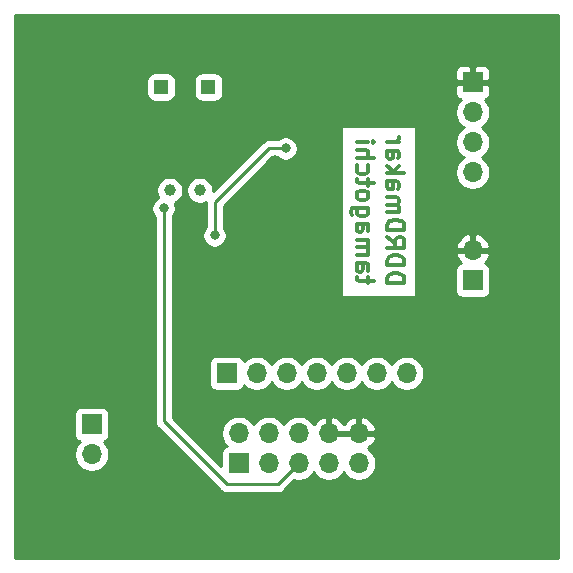
<source format=gbr>
G04 #@! TF.GenerationSoftware,KiCad,Pcbnew,5.1.5-1.fc30*
G04 #@! TF.CreationDate,2020-01-16T12:22:22+03:00*
G04 #@! TF.ProjectId,Tamagotchi-Atmega8,54616d61-676f-4746-9368-692d41746d65,rev?*
G04 #@! TF.SameCoordinates,Original*
G04 #@! TF.FileFunction,Copper,L2,Bot*
G04 #@! TF.FilePolarity,Positive*
%FSLAX46Y46*%
G04 Gerber Fmt 4.6, Leading zero omitted, Abs format (unit mm)*
G04 Created by KiCad (PCBNEW 5.1.5-1.fc30) date 2020-01-16 12:22:22*
%MOMM*%
%LPD*%
G04 APERTURE LIST*
%ADD10C,0.300000*%
%ADD11R,1.200000X1.200000*%
%ADD12C,1.000000*%
%ADD13O,1.700000X1.700000*%
%ADD14R,1.700000X1.700000*%
%ADD15C,4.000000*%
%ADD16C,0.800000*%
%ADD17C,0.250000*%
%ADD18C,0.254000*%
G04 APERTURE END LIST*
D10*
X139280428Y-87351428D02*
X140780428Y-87351428D01*
X140780428Y-86994285D01*
X140709000Y-86780000D01*
X140566142Y-86637142D01*
X140423285Y-86565714D01*
X140137571Y-86494285D01*
X139923285Y-86494285D01*
X139637571Y-86565714D01*
X139494714Y-86637142D01*
X139351857Y-86780000D01*
X139280428Y-86994285D01*
X139280428Y-87351428D01*
X139280428Y-85851428D02*
X140780428Y-85851428D01*
X140780428Y-85494285D01*
X140709000Y-85280000D01*
X140566142Y-85137142D01*
X140423285Y-85065714D01*
X140137571Y-84994285D01*
X139923285Y-84994285D01*
X139637571Y-85065714D01*
X139494714Y-85137142D01*
X139351857Y-85280000D01*
X139280428Y-85494285D01*
X139280428Y-85851428D01*
X139280428Y-83494285D02*
X139994714Y-83994285D01*
X139280428Y-84351428D02*
X140780428Y-84351428D01*
X140780428Y-83780000D01*
X140709000Y-83637142D01*
X140637571Y-83565714D01*
X140494714Y-83494285D01*
X140280428Y-83494285D01*
X140137571Y-83565714D01*
X140066142Y-83637142D01*
X139994714Y-83780000D01*
X139994714Y-84351428D01*
X139280428Y-82851428D02*
X140780428Y-82851428D01*
X140780428Y-82494285D01*
X140709000Y-82280000D01*
X140566142Y-82137142D01*
X140423285Y-82065714D01*
X140137571Y-81994285D01*
X139923285Y-81994285D01*
X139637571Y-82065714D01*
X139494714Y-82137142D01*
X139351857Y-82280000D01*
X139280428Y-82494285D01*
X139280428Y-82851428D01*
X139280428Y-81351428D02*
X140280428Y-81351428D01*
X140137571Y-81351428D02*
X140209000Y-81280000D01*
X140280428Y-81137142D01*
X140280428Y-80922857D01*
X140209000Y-80780000D01*
X140066142Y-80708571D01*
X139280428Y-80708571D01*
X140066142Y-80708571D02*
X140209000Y-80637142D01*
X140280428Y-80494285D01*
X140280428Y-80280000D01*
X140209000Y-80137142D01*
X140066142Y-80065714D01*
X139280428Y-80065714D01*
X139280428Y-78708571D02*
X140066142Y-78708571D01*
X140209000Y-78780000D01*
X140280428Y-78922857D01*
X140280428Y-79208571D01*
X140209000Y-79351428D01*
X139351857Y-78708571D02*
X139280428Y-78851428D01*
X139280428Y-79208571D01*
X139351857Y-79351428D01*
X139494714Y-79422857D01*
X139637571Y-79422857D01*
X139780428Y-79351428D01*
X139851857Y-79208571D01*
X139851857Y-78851428D01*
X139923285Y-78708571D01*
X139280428Y-77994285D02*
X140780428Y-77994285D01*
X139851857Y-77851428D02*
X139280428Y-77422857D01*
X140280428Y-77422857D02*
X139709000Y-77994285D01*
X139280428Y-76137142D02*
X140066142Y-76137142D01*
X140209000Y-76208571D01*
X140280428Y-76351428D01*
X140280428Y-76637142D01*
X140209000Y-76780000D01*
X139351857Y-76137142D02*
X139280428Y-76280000D01*
X139280428Y-76637142D01*
X139351857Y-76780000D01*
X139494714Y-76851428D01*
X139637571Y-76851428D01*
X139780428Y-76780000D01*
X139851857Y-76637142D01*
X139851857Y-76280000D01*
X139923285Y-76137142D01*
X139280428Y-75422857D02*
X140280428Y-75422857D01*
X139994714Y-75422857D02*
X140137571Y-75351428D01*
X140209000Y-75280000D01*
X140280428Y-75137142D01*
X140280428Y-74994285D01*
X137730428Y-87387142D02*
X137730428Y-86815714D01*
X138230428Y-87172857D02*
X136944714Y-87172857D01*
X136801857Y-87101428D01*
X136730428Y-86958571D01*
X136730428Y-86815714D01*
X136730428Y-85672857D02*
X137516142Y-85672857D01*
X137659000Y-85744285D01*
X137730428Y-85887142D01*
X137730428Y-86172857D01*
X137659000Y-86315714D01*
X136801857Y-85672857D02*
X136730428Y-85815714D01*
X136730428Y-86172857D01*
X136801857Y-86315714D01*
X136944714Y-86387142D01*
X137087571Y-86387142D01*
X137230428Y-86315714D01*
X137301857Y-86172857D01*
X137301857Y-85815714D01*
X137373285Y-85672857D01*
X136730428Y-84958571D02*
X137730428Y-84958571D01*
X137587571Y-84958571D02*
X137659000Y-84887142D01*
X137730428Y-84744285D01*
X137730428Y-84530000D01*
X137659000Y-84387142D01*
X137516142Y-84315714D01*
X136730428Y-84315714D01*
X137516142Y-84315714D02*
X137659000Y-84244285D01*
X137730428Y-84101428D01*
X137730428Y-83887142D01*
X137659000Y-83744285D01*
X137516142Y-83672857D01*
X136730428Y-83672857D01*
X136730428Y-82315714D02*
X137516142Y-82315714D01*
X137659000Y-82387142D01*
X137730428Y-82530000D01*
X137730428Y-82815714D01*
X137659000Y-82958571D01*
X136801857Y-82315714D02*
X136730428Y-82458571D01*
X136730428Y-82815714D01*
X136801857Y-82958571D01*
X136944714Y-83030000D01*
X137087571Y-83030000D01*
X137230428Y-82958571D01*
X137301857Y-82815714D01*
X137301857Y-82458571D01*
X137373285Y-82315714D01*
X137730428Y-80958571D02*
X136516142Y-80958571D01*
X136373285Y-81030000D01*
X136301857Y-81101428D01*
X136230428Y-81244285D01*
X136230428Y-81458571D01*
X136301857Y-81601428D01*
X136801857Y-80958571D02*
X136730428Y-81101428D01*
X136730428Y-81387142D01*
X136801857Y-81530000D01*
X136873285Y-81601428D01*
X137016142Y-81672857D01*
X137444714Y-81672857D01*
X137587571Y-81601428D01*
X137659000Y-81530000D01*
X137730428Y-81387142D01*
X137730428Y-81101428D01*
X137659000Y-80958571D01*
X136730428Y-80030000D02*
X136801857Y-80172857D01*
X136873285Y-80244285D01*
X137016142Y-80315714D01*
X137444714Y-80315714D01*
X137587571Y-80244285D01*
X137659000Y-80172857D01*
X137730428Y-80030000D01*
X137730428Y-79815714D01*
X137659000Y-79672857D01*
X137587571Y-79601428D01*
X137444714Y-79530000D01*
X137016142Y-79530000D01*
X136873285Y-79601428D01*
X136801857Y-79672857D01*
X136730428Y-79815714D01*
X136730428Y-80030000D01*
X137730428Y-79101428D02*
X137730428Y-78530000D01*
X138230428Y-78887142D02*
X136944714Y-78887142D01*
X136801857Y-78815714D01*
X136730428Y-78672857D01*
X136730428Y-78530000D01*
X136801857Y-77387142D02*
X136730428Y-77530000D01*
X136730428Y-77815714D01*
X136801857Y-77958571D01*
X136873285Y-78030000D01*
X137016142Y-78101428D01*
X137444714Y-78101428D01*
X137587571Y-78030000D01*
X137659000Y-77958571D01*
X137730428Y-77815714D01*
X137730428Y-77530000D01*
X137659000Y-77387142D01*
X136730428Y-76744285D02*
X138230428Y-76744285D01*
X136730428Y-76101428D02*
X137516142Y-76101428D01*
X137659000Y-76172857D01*
X137730428Y-76315714D01*
X137730428Y-76530000D01*
X137659000Y-76672857D01*
X137587571Y-76744285D01*
X136730428Y-75387142D02*
X137730428Y-75387142D01*
X138230428Y-75387142D02*
X138159000Y-75458571D01*
X138087571Y-75387142D01*
X138159000Y-75315714D01*
X138230428Y-75387142D01*
X138087571Y-75387142D01*
D11*
X120174000Y-70752000D03*
X124174000Y-70752000D03*
D12*
X120904000Y-79502000D03*
X123444000Y-79502000D03*
D13*
X140970000Y-94996000D03*
X138430000Y-94996000D03*
X135890000Y-94996000D03*
X133350000Y-94996000D03*
X130810000Y-94996000D03*
X128270000Y-94996000D03*
D14*
X125730000Y-94996000D03*
D13*
X114300000Y-101854000D03*
D14*
X114300000Y-99314000D03*
D13*
X146558000Y-77978000D03*
X146558000Y-75438000D03*
X146558000Y-72898000D03*
D14*
X146558000Y-70358000D03*
D13*
X146558000Y-84582000D03*
D14*
X146558000Y-87122000D03*
D13*
X136906000Y-100076000D03*
X136906000Y-102616000D03*
X134366000Y-100076000D03*
X134366000Y-102616000D03*
X131826000Y-100076000D03*
X131826000Y-102616000D03*
X129286000Y-100076000D03*
X129286000Y-102616000D03*
X126746000Y-100076000D03*
D14*
X126746000Y-102616000D03*
D15*
X151130000Y-67310000D03*
X151130000Y-107950000D03*
X110490000Y-107950000D03*
X110490000Y-67310000D03*
D16*
X125292000Y-84652000D03*
X116586000Y-102870000D03*
X144866000Y-101600000D03*
X115062000Y-88138000D03*
X129794000Y-76962000D03*
X120396000Y-81026000D03*
X130729000Y-75946000D03*
X124714000Y-83312000D03*
D17*
X130048000Y-104394000D02*
X131826000Y-102616000D01*
X125730000Y-104394000D02*
X130048000Y-104394000D01*
X120396000Y-99060000D02*
X125730000Y-104394000D01*
X120396000Y-81026000D02*
X120396000Y-99060000D01*
X124714000Y-83312000D02*
X124714000Y-80518000D01*
X129286000Y-75946000D02*
X130729000Y-75946000D01*
X124714000Y-80518000D02*
X129286000Y-75946000D01*
D18*
G36*
X153797000Y-110617000D02*
G01*
X107823000Y-110617000D01*
X107823000Y-98464000D01*
X112811928Y-98464000D01*
X112811928Y-100164000D01*
X112824188Y-100288482D01*
X112860498Y-100408180D01*
X112919463Y-100518494D01*
X112998815Y-100615185D01*
X113095506Y-100694537D01*
X113205820Y-100753502D01*
X113278380Y-100775513D01*
X113146525Y-100907368D01*
X112984010Y-101150589D01*
X112872068Y-101420842D01*
X112815000Y-101707740D01*
X112815000Y-102000260D01*
X112872068Y-102287158D01*
X112984010Y-102557411D01*
X113146525Y-102800632D01*
X113353368Y-103007475D01*
X113596589Y-103169990D01*
X113866842Y-103281932D01*
X114153740Y-103339000D01*
X114446260Y-103339000D01*
X114733158Y-103281932D01*
X115003411Y-103169990D01*
X115246632Y-103007475D01*
X115453475Y-102800632D01*
X115615990Y-102557411D01*
X115727932Y-102287158D01*
X115785000Y-102000260D01*
X115785000Y-101707740D01*
X115727932Y-101420842D01*
X115615990Y-101150589D01*
X115453475Y-100907368D01*
X115321620Y-100775513D01*
X115394180Y-100753502D01*
X115504494Y-100694537D01*
X115601185Y-100615185D01*
X115680537Y-100518494D01*
X115739502Y-100408180D01*
X115775812Y-100288482D01*
X115788072Y-100164000D01*
X115788072Y-98464000D01*
X115775812Y-98339518D01*
X115739502Y-98219820D01*
X115680537Y-98109506D01*
X115601185Y-98012815D01*
X115504494Y-97933463D01*
X115394180Y-97874498D01*
X115274482Y-97838188D01*
X115150000Y-97825928D01*
X113450000Y-97825928D01*
X113325518Y-97838188D01*
X113205820Y-97874498D01*
X113095506Y-97933463D01*
X112998815Y-98012815D01*
X112919463Y-98109506D01*
X112860498Y-98219820D01*
X112824188Y-98339518D01*
X112811928Y-98464000D01*
X107823000Y-98464000D01*
X107823000Y-80924061D01*
X119361000Y-80924061D01*
X119361000Y-81127939D01*
X119400774Y-81327898D01*
X119478795Y-81516256D01*
X119592063Y-81685774D01*
X119636000Y-81729711D01*
X119636001Y-99022667D01*
X119632324Y-99060000D01*
X119646998Y-99208985D01*
X119690454Y-99352246D01*
X119761026Y-99484276D01*
X119832201Y-99571002D01*
X119856000Y-99600001D01*
X119884998Y-99623799D01*
X125166201Y-104905003D01*
X125189999Y-104934001D01*
X125218997Y-104957799D01*
X125305723Y-105028974D01*
X125437753Y-105099546D01*
X125581014Y-105143003D01*
X125692667Y-105154000D01*
X125692676Y-105154000D01*
X125729999Y-105157676D01*
X125767322Y-105154000D01*
X130010678Y-105154000D01*
X130048000Y-105157676D01*
X130085322Y-105154000D01*
X130085333Y-105154000D01*
X130196986Y-105143003D01*
X130340247Y-105099546D01*
X130472276Y-105028974D01*
X130588001Y-104934001D01*
X130611804Y-104904997D01*
X131459592Y-104057210D01*
X131679740Y-104101000D01*
X131972260Y-104101000D01*
X132259158Y-104043932D01*
X132529411Y-103931990D01*
X132772632Y-103769475D01*
X132979475Y-103562632D01*
X133096000Y-103388240D01*
X133212525Y-103562632D01*
X133419368Y-103769475D01*
X133662589Y-103931990D01*
X133932842Y-104043932D01*
X134219740Y-104101000D01*
X134512260Y-104101000D01*
X134799158Y-104043932D01*
X135069411Y-103931990D01*
X135312632Y-103769475D01*
X135519475Y-103562632D01*
X135636000Y-103388240D01*
X135752525Y-103562632D01*
X135959368Y-103769475D01*
X136202589Y-103931990D01*
X136472842Y-104043932D01*
X136759740Y-104101000D01*
X137052260Y-104101000D01*
X137339158Y-104043932D01*
X137609411Y-103931990D01*
X137852632Y-103769475D01*
X138059475Y-103562632D01*
X138221990Y-103319411D01*
X138333932Y-103049158D01*
X138391000Y-102762260D01*
X138391000Y-102469740D01*
X138333932Y-102182842D01*
X138221990Y-101912589D01*
X138059475Y-101669368D01*
X137852632Y-101462525D01*
X137676594Y-101344900D01*
X137906269Y-101173588D01*
X138101178Y-100957355D01*
X138250157Y-100707252D01*
X138347481Y-100432891D01*
X138226814Y-100203000D01*
X137033000Y-100203000D01*
X137033000Y-100223000D01*
X136779000Y-100223000D01*
X136779000Y-100203000D01*
X134493000Y-100203000D01*
X134493000Y-100223000D01*
X134239000Y-100223000D01*
X134239000Y-100203000D01*
X134219000Y-100203000D01*
X134219000Y-99949000D01*
X134239000Y-99949000D01*
X134239000Y-98755845D01*
X134493000Y-98755845D01*
X134493000Y-99949000D01*
X136779000Y-99949000D01*
X136779000Y-98755845D01*
X137033000Y-98755845D01*
X137033000Y-99949000D01*
X138226814Y-99949000D01*
X138347481Y-99719109D01*
X138250157Y-99444748D01*
X138101178Y-99194645D01*
X137906269Y-98978412D01*
X137672920Y-98804359D01*
X137410099Y-98679175D01*
X137262890Y-98634524D01*
X137033000Y-98755845D01*
X136779000Y-98755845D01*
X136549110Y-98634524D01*
X136401901Y-98679175D01*
X136139080Y-98804359D01*
X135905731Y-98978412D01*
X135710822Y-99194645D01*
X135636000Y-99320255D01*
X135561178Y-99194645D01*
X135366269Y-98978412D01*
X135132920Y-98804359D01*
X134870099Y-98679175D01*
X134722890Y-98634524D01*
X134493000Y-98755845D01*
X134239000Y-98755845D01*
X134009110Y-98634524D01*
X133861901Y-98679175D01*
X133599080Y-98804359D01*
X133365731Y-98978412D01*
X133170822Y-99194645D01*
X133101195Y-99311534D01*
X132979475Y-99129368D01*
X132772632Y-98922525D01*
X132529411Y-98760010D01*
X132259158Y-98648068D01*
X131972260Y-98591000D01*
X131679740Y-98591000D01*
X131392842Y-98648068D01*
X131122589Y-98760010D01*
X130879368Y-98922525D01*
X130672525Y-99129368D01*
X130556000Y-99303760D01*
X130439475Y-99129368D01*
X130232632Y-98922525D01*
X129989411Y-98760010D01*
X129719158Y-98648068D01*
X129432260Y-98591000D01*
X129139740Y-98591000D01*
X128852842Y-98648068D01*
X128582589Y-98760010D01*
X128339368Y-98922525D01*
X128132525Y-99129368D01*
X128016000Y-99303760D01*
X127899475Y-99129368D01*
X127692632Y-98922525D01*
X127449411Y-98760010D01*
X127179158Y-98648068D01*
X126892260Y-98591000D01*
X126599740Y-98591000D01*
X126312842Y-98648068D01*
X126042589Y-98760010D01*
X125799368Y-98922525D01*
X125592525Y-99129368D01*
X125430010Y-99372589D01*
X125318068Y-99642842D01*
X125261000Y-99929740D01*
X125261000Y-100222260D01*
X125318068Y-100509158D01*
X125430010Y-100779411D01*
X125592525Y-101022632D01*
X125724380Y-101154487D01*
X125651820Y-101176498D01*
X125541506Y-101235463D01*
X125444815Y-101314815D01*
X125365463Y-101411506D01*
X125306498Y-101521820D01*
X125270188Y-101641518D01*
X125257928Y-101766000D01*
X125257928Y-102847126D01*
X121156000Y-98745199D01*
X121156000Y-94146000D01*
X124241928Y-94146000D01*
X124241928Y-95846000D01*
X124254188Y-95970482D01*
X124290498Y-96090180D01*
X124349463Y-96200494D01*
X124428815Y-96297185D01*
X124525506Y-96376537D01*
X124635820Y-96435502D01*
X124755518Y-96471812D01*
X124880000Y-96484072D01*
X126580000Y-96484072D01*
X126704482Y-96471812D01*
X126824180Y-96435502D01*
X126934494Y-96376537D01*
X127031185Y-96297185D01*
X127110537Y-96200494D01*
X127169502Y-96090180D01*
X127191513Y-96017620D01*
X127323368Y-96149475D01*
X127566589Y-96311990D01*
X127836842Y-96423932D01*
X128123740Y-96481000D01*
X128416260Y-96481000D01*
X128703158Y-96423932D01*
X128973411Y-96311990D01*
X129216632Y-96149475D01*
X129423475Y-95942632D01*
X129540000Y-95768240D01*
X129656525Y-95942632D01*
X129863368Y-96149475D01*
X130106589Y-96311990D01*
X130376842Y-96423932D01*
X130663740Y-96481000D01*
X130956260Y-96481000D01*
X131243158Y-96423932D01*
X131513411Y-96311990D01*
X131756632Y-96149475D01*
X131963475Y-95942632D01*
X132080000Y-95768240D01*
X132196525Y-95942632D01*
X132403368Y-96149475D01*
X132646589Y-96311990D01*
X132916842Y-96423932D01*
X133203740Y-96481000D01*
X133496260Y-96481000D01*
X133783158Y-96423932D01*
X134053411Y-96311990D01*
X134296632Y-96149475D01*
X134503475Y-95942632D01*
X134620000Y-95768240D01*
X134736525Y-95942632D01*
X134943368Y-96149475D01*
X135186589Y-96311990D01*
X135456842Y-96423932D01*
X135743740Y-96481000D01*
X136036260Y-96481000D01*
X136323158Y-96423932D01*
X136593411Y-96311990D01*
X136836632Y-96149475D01*
X137043475Y-95942632D01*
X137160000Y-95768240D01*
X137276525Y-95942632D01*
X137483368Y-96149475D01*
X137726589Y-96311990D01*
X137996842Y-96423932D01*
X138283740Y-96481000D01*
X138576260Y-96481000D01*
X138863158Y-96423932D01*
X139133411Y-96311990D01*
X139376632Y-96149475D01*
X139583475Y-95942632D01*
X139700000Y-95768240D01*
X139816525Y-95942632D01*
X140023368Y-96149475D01*
X140266589Y-96311990D01*
X140536842Y-96423932D01*
X140823740Y-96481000D01*
X141116260Y-96481000D01*
X141403158Y-96423932D01*
X141673411Y-96311990D01*
X141916632Y-96149475D01*
X142123475Y-95942632D01*
X142285990Y-95699411D01*
X142397932Y-95429158D01*
X142455000Y-95142260D01*
X142455000Y-94849740D01*
X142397932Y-94562842D01*
X142285990Y-94292589D01*
X142123475Y-94049368D01*
X141916632Y-93842525D01*
X141673411Y-93680010D01*
X141403158Y-93568068D01*
X141116260Y-93511000D01*
X140823740Y-93511000D01*
X140536842Y-93568068D01*
X140266589Y-93680010D01*
X140023368Y-93842525D01*
X139816525Y-94049368D01*
X139700000Y-94223760D01*
X139583475Y-94049368D01*
X139376632Y-93842525D01*
X139133411Y-93680010D01*
X138863158Y-93568068D01*
X138576260Y-93511000D01*
X138283740Y-93511000D01*
X137996842Y-93568068D01*
X137726589Y-93680010D01*
X137483368Y-93842525D01*
X137276525Y-94049368D01*
X137160000Y-94223760D01*
X137043475Y-94049368D01*
X136836632Y-93842525D01*
X136593411Y-93680010D01*
X136323158Y-93568068D01*
X136036260Y-93511000D01*
X135743740Y-93511000D01*
X135456842Y-93568068D01*
X135186589Y-93680010D01*
X134943368Y-93842525D01*
X134736525Y-94049368D01*
X134620000Y-94223760D01*
X134503475Y-94049368D01*
X134296632Y-93842525D01*
X134053411Y-93680010D01*
X133783158Y-93568068D01*
X133496260Y-93511000D01*
X133203740Y-93511000D01*
X132916842Y-93568068D01*
X132646589Y-93680010D01*
X132403368Y-93842525D01*
X132196525Y-94049368D01*
X132080000Y-94223760D01*
X131963475Y-94049368D01*
X131756632Y-93842525D01*
X131513411Y-93680010D01*
X131243158Y-93568068D01*
X130956260Y-93511000D01*
X130663740Y-93511000D01*
X130376842Y-93568068D01*
X130106589Y-93680010D01*
X129863368Y-93842525D01*
X129656525Y-94049368D01*
X129540000Y-94223760D01*
X129423475Y-94049368D01*
X129216632Y-93842525D01*
X128973411Y-93680010D01*
X128703158Y-93568068D01*
X128416260Y-93511000D01*
X128123740Y-93511000D01*
X127836842Y-93568068D01*
X127566589Y-93680010D01*
X127323368Y-93842525D01*
X127191513Y-93974380D01*
X127169502Y-93901820D01*
X127110537Y-93791506D01*
X127031185Y-93694815D01*
X126934494Y-93615463D01*
X126824180Y-93556498D01*
X126704482Y-93520188D01*
X126580000Y-93507928D01*
X124880000Y-93507928D01*
X124755518Y-93520188D01*
X124635820Y-93556498D01*
X124525506Y-93615463D01*
X124428815Y-93694815D01*
X124349463Y-93791506D01*
X124290498Y-93901820D01*
X124254188Y-94021518D01*
X124241928Y-94146000D01*
X121156000Y-94146000D01*
X121156000Y-81729711D01*
X121199937Y-81685774D01*
X121313205Y-81516256D01*
X121391226Y-81327898D01*
X121431000Y-81127939D01*
X121431000Y-80924061D01*
X121391226Y-80724102D01*
X121322140Y-80557316D01*
X121441624Y-80507824D01*
X121627520Y-80383612D01*
X121785612Y-80225520D01*
X121909824Y-80039624D01*
X121995383Y-79833067D01*
X122039000Y-79613788D01*
X122039000Y-79390212D01*
X122309000Y-79390212D01*
X122309000Y-79613788D01*
X122352617Y-79833067D01*
X122438176Y-80039624D01*
X122562388Y-80225520D01*
X122720480Y-80383612D01*
X122906376Y-80507824D01*
X123112933Y-80593383D01*
X123332212Y-80637000D01*
X123555788Y-80637000D01*
X123775067Y-80593383D01*
X123950588Y-80520680D01*
X123954001Y-80555332D01*
X123954000Y-82608289D01*
X123910063Y-82652226D01*
X123796795Y-82821744D01*
X123718774Y-83010102D01*
X123679000Y-83210061D01*
X123679000Y-83413939D01*
X123718774Y-83613898D01*
X123796795Y-83802256D01*
X123910063Y-83971774D01*
X124054226Y-84115937D01*
X124223744Y-84229205D01*
X124412102Y-84307226D01*
X124612061Y-84347000D01*
X124815939Y-84347000D01*
X125015898Y-84307226D01*
X125204256Y-84229205D01*
X125373774Y-84115937D01*
X125517937Y-83971774D01*
X125631205Y-83802256D01*
X125709226Y-83613898D01*
X125749000Y-83413939D01*
X125749000Y-83210061D01*
X125709226Y-83010102D01*
X125631205Y-82821744D01*
X125517937Y-82652226D01*
X125474000Y-82608289D01*
X125474000Y-80832801D01*
X129600803Y-76706000D01*
X130025289Y-76706000D01*
X130069226Y-76749937D01*
X130238744Y-76863205D01*
X130427102Y-76941226D01*
X130627061Y-76981000D01*
X130830939Y-76981000D01*
X131030898Y-76941226D01*
X131219256Y-76863205D01*
X131388774Y-76749937D01*
X131532937Y-76605774D01*
X131646205Y-76436256D01*
X131724226Y-76247898D01*
X131764000Y-76047939D01*
X131764000Y-75844061D01*
X131724226Y-75644102D01*
X131646205Y-75455744D01*
X131532937Y-75286226D01*
X131388774Y-75142063D01*
X131219256Y-75028795D01*
X131030898Y-74950774D01*
X130830939Y-74911000D01*
X130627061Y-74911000D01*
X130427102Y-74950774D01*
X130238744Y-75028795D01*
X130069226Y-75142063D01*
X130025289Y-75186000D01*
X129323322Y-75186000D01*
X129285999Y-75182324D01*
X129248676Y-75186000D01*
X129248667Y-75186000D01*
X129137014Y-75196997D01*
X128993753Y-75240454D01*
X128861724Y-75311026D01*
X128861722Y-75311027D01*
X128861723Y-75311027D01*
X128774996Y-75382201D01*
X128774992Y-75382205D01*
X128745999Y-75405999D01*
X128722205Y-75434992D01*
X124579000Y-79578199D01*
X124579000Y-79390212D01*
X124535383Y-79170933D01*
X124449824Y-78964376D01*
X124325612Y-78778480D01*
X124167520Y-78620388D01*
X123981624Y-78496176D01*
X123775067Y-78410617D01*
X123555788Y-78367000D01*
X123332212Y-78367000D01*
X123112933Y-78410617D01*
X122906376Y-78496176D01*
X122720480Y-78620388D01*
X122562388Y-78778480D01*
X122438176Y-78964376D01*
X122352617Y-79170933D01*
X122309000Y-79390212D01*
X122039000Y-79390212D01*
X121995383Y-79170933D01*
X121909824Y-78964376D01*
X121785612Y-78778480D01*
X121627520Y-78620388D01*
X121441624Y-78496176D01*
X121235067Y-78410617D01*
X121015788Y-78367000D01*
X120792212Y-78367000D01*
X120572933Y-78410617D01*
X120366376Y-78496176D01*
X120180480Y-78620388D01*
X120022388Y-78778480D01*
X119898176Y-78964376D01*
X119812617Y-79170933D01*
X119769000Y-79390212D01*
X119769000Y-79613788D01*
X119812617Y-79833067D01*
X119898176Y-80039624D01*
X119936016Y-80096256D01*
X119905744Y-80108795D01*
X119736226Y-80222063D01*
X119592063Y-80366226D01*
X119478795Y-80535744D01*
X119400774Y-80724102D01*
X119361000Y-80924061D01*
X107823000Y-80924061D01*
X107823000Y-74066429D01*
X135379000Y-74066429D01*
X135379000Y-88493572D01*
X141749000Y-88493572D01*
X141749000Y-86272000D01*
X145069928Y-86272000D01*
X145069928Y-87972000D01*
X145082188Y-88096482D01*
X145118498Y-88216180D01*
X145177463Y-88326494D01*
X145256815Y-88423185D01*
X145353506Y-88502537D01*
X145463820Y-88561502D01*
X145583518Y-88597812D01*
X145708000Y-88610072D01*
X147408000Y-88610072D01*
X147532482Y-88597812D01*
X147652180Y-88561502D01*
X147762494Y-88502537D01*
X147859185Y-88423185D01*
X147938537Y-88326494D01*
X147997502Y-88216180D01*
X148033812Y-88096482D01*
X148046072Y-87972000D01*
X148046072Y-86272000D01*
X148033812Y-86147518D01*
X147997502Y-86027820D01*
X147938537Y-85917506D01*
X147859185Y-85820815D01*
X147762494Y-85741463D01*
X147652180Y-85682498D01*
X147571534Y-85658034D01*
X147655588Y-85582269D01*
X147829641Y-85348920D01*
X147954825Y-85086099D01*
X147999476Y-84938890D01*
X147878155Y-84709000D01*
X146685000Y-84709000D01*
X146685000Y-84729000D01*
X146431000Y-84729000D01*
X146431000Y-84709000D01*
X145237845Y-84709000D01*
X145116524Y-84938890D01*
X145161175Y-85086099D01*
X145286359Y-85348920D01*
X145460412Y-85582269D01*
X145544466Y-85658034D01*
X145463820Y-85682498D01*
X145353506Y-85741463D01*
X145256815Y-85820815D01*
X145177463Y-85917506D01*
X145118498Y-86027820D01*
X145082188Y-86147518D01*
X145069928Y-86272000D01*
X141749000Y-86272000D01*
X141749000Y-84225110D01*
X145116524Y-84225110D01*
X145237845Y-84455000D01*
X146431000Y-84455000D01*
X146431000Y-83261186D01*
X146685000Y-83261186D01*
X146685000Y-84455000D01*
X147878155Y-84455000D01*
X147999476Y-84225110D01*
X147954825Y-84077901D01*
X147829641Y-83815080D01*
X147655588Y-83581731D01*
X147439355Y-83386822D01*
X147189252Y-83237843D01*
X146914891Y-83140519D01*
X146685000Y-83261186D01*
X146431000Y-83261186D01*
X146201109Y-83140519D01*
X145926748Y-83237843D01*
X145676645Y-83386822D01*
X145460412Y-83581731D01*
X145286359Y-83815080D01*
X145161175Y-84077901D01*
X145116524Y-84225110D01*
X141749000Y-84225110D01*
X141749000Y-74066429D01*
X135379000Y-74066429D01*
X107823000Y-74066429D01*
X107823000Y-70152000D01*
X118935928Y-70152000D01*
X118935928Y-71352000D01*
X118948188Y-71476482D01*
X118984498Y-71596180D01*
X119043463Y-71706494D01*
X119122815Y-71803185D01*
X119219506Y-71882537D01*
X119329820Y-71941502D01*
X119449518Y-71977812D01*
X119574000Y-71990072D01*
X120774000Y-71990072D01*
X120898482Y-71977812D01*
X121018180Y-71941502D01*
X121128494Y-71882537D01*
X121225185Y-71803185D01*
X121304537Y-71706494D01*
X121363502Y-71596180D01*
X121399812Y-71476482D01*
X121412072Y-71352000D01*
X121412072Y-70152000D01*
X122935928Y-70152000D01*
X122935928Y-71352000D01*
X122948188Y-71476482D01*
X122984498Y-71596180D01*
X123043463Y-71706494D01*
X123122815Y-71803185D01*
X123219506Y-71882537D01*
X123329820Y-71941502D01*
X123449518Y-71977812D01*
X123574000Y-71990072D01*
X124774000Y-71990072D01*
X124898482Y-71977812D01*
X125018180Y-71941502D01*
X125128494Y-71882537D01*
X125225185Y-71803185D01*
X125304537Y-71706494D01*
X125363502Y-71596180D01*
X125399812Y-71476482D01*
X125412072Y-71352000D01*
X125412072Y-71208000D01*
X145069928Y-71208000D01*
X145082188Y-71332482D01*
X145118498Y-71452180D01*
X145177463Y-71562494D01*
X145256815Y-71659185D01*
X145353506Y-71738537D01*
X145463820Y-71797502D01*
X145536380Y-71819513D01*
X145404525Y-71951368D01*
X145242010Y-72194589D01*
X145130068Y-72464842D01*
X145073000Y-72751740D01*
X145073000Y-73044260D01*
X145130068Y-73331158D01*
X145242010Y-73601411D01*
X145404525Y-73844632D01*
X145611368Y-74051475D01*
X145785760Y-74168000D01*
X145611368Y-74284525D01*
X145404525Y-74491368D01*
X145242010Y-74734589D01*
X145130068Y-75004842D01*
X145073000Y-75291740D01*
X145073000Y-75584260D01*
X145130068Y-75871158D01*
X145242010Y-76141411D01*
X145404525Y-76384632D01*
X145611368Y-76591475D01*
X145785760Y-76708000D01*
X145611368Y-76824525D01*
X145404525Y-77031368D01*
X145242010Y-77274589D01*
X145130068Y-77544842D01*
X145073000Y-77831740D01*
X145073000Y-78124260D01*
X145130068Y-78411158D01*
X145242010Y-78681411D01*
X145404525Y-78924632D01*
X145611368Y-79131475D01*
X145854589Y-79293990D01*
X146124842Y-79405932D01*
X146411740Y-79463000D01*
X146704260Y-79463000D01*
X146991158Y-79405932D01*
X147261411Y-79293990D01*
X147504632Y-79131475D01*
X147711475Y-78924632D01*
X147873990Y-78681411D01*
X147985932Y-78411158D01*
X148043000Y-78124260D01*
X148043000Y-77831740D01*
X147985932Y-77544842D01*
X147873990Y-77274589D01*
X147711475Y-77031368D01*
X147504632Y-76824525D01*
X147330240Y-76708000D01*
X147504632Y-76591475D01*
X147711475Y-76384632D01*
X147873990Y-76141411D01*
X147985932Y-75871158D01*
X148043000Y-75584260D01*
X148043000Y-75291740D01*
X147985932Y-75004842D01*
X147873990Y-74734589D01*
X147711475Y-74491368D01*
X147504632Y-74284525D01*
X147330240Y-74168000D01*
X147504632Y-74051475D01*
X147711475Y-73844632D01*
X147873990Y-73601411D01*
X147985932Y-73331158D01*
X148043000Y-73044260D01*
X148043000Y-72751740D01*
X147985932Y-72464842D01*
X147873990Y-72194589D01*
X147711475Y-71951368D01*
X147579620Y-71819513D01*
X147652180Y-71797502D01*
X147762494Y-71738537D01*
X147859185Y-71659185D01*
X147938537Y-71562494D01*
X147997502Y-71452180D01*
X148033812Y-71332482D01*
X148046072Y-71208000D01*
X148043000Y-70643750D01*
X147884250Y-70485000D01*
X146685000Y-70485000D01*
X146685000Y-70505000D01*
X146431000Y-70505000D01*
X146431000Y-70485000D01*
X145231750Y-70485000D01*
X145073000Y-70643750D01*
X145069928Y-71208000D01*
X125412072Y-71208000D01*
X125412072Y-70152000D01*
X125399812Y-70027518D01*
X125363502Y-69907820D01*
X125304537Y-69797506D01*
X125225185Y-69700815D01*
X125128494Y-69621463D01*
X125018180Y-69562498D01*
X124898482Y-69526188D01*
X124774000Y-69513928D01*
X123574000Y-69513928D01*
X123449518Y-69526188D01*
X123329820Y-69562498D01*
X123219506Y-69621463D01*
X123122815Y-69700815D01*
X123043463Y-69797506D01*
X122984498Y-69907820D01*
X122948188Y-70027518D01*
X122935928Y-70152000D01*
X121412072Y-70152000D01*
X121399812Y-70027518D01*
X121363502Y-69907820D01*
X121304537Y-69797506D01*
X121225185Y-69700815D01*
X121128494Y-69621463D01*
X121018180Y-69562498D01*
X120898482Y-69526188D01*
X120774000Y-69513928D01*
X119574000Y-69513928D01*
X119449518Y-69526188D01*
X119329820Y-69562498D01*
X119219506Y-69621463D01*
X119122815Y-69700815D01*
X119043463Y-69797506D01*
X118984498Y-69907820D01*
X118948188Y-70027518D01*
X118935928Y-70152000D01*
X107823000Y-70152000D01*
X107823000Y-69508000D01*
X145069928Y-69508000D01*
X145073000Y-70072250D01*
X145231750Y-70231000D01*
X146431000Y-70231000D01*
X146431000Y-69031750D01*
X146685000Y-69031750D01*
X146685000Y-70231000D01*
X147884250Y-70231000D01*
X148043000Y-70072250D01*
X148046072Y-69508000D01*
X148033812Y-69383518D01*
X147997502Y-69263820D01*
X147938537Y-69153506D01*
X147859185Y-69056815D01*
X147762494Y-68977463D01*
X147652180Y-68918498D01*
X147532482Y-68882188D01*
X147408000Y-68869928D01*
X146843750Y-68873000D01*
X146685000Y-69031750D01*
X146431000Y-69031750D01*
X146272250Y-68873000D01*
X145708000Y-68869928D01*
X145583518Y-68882188D01*
X145463820Y-68918498D01*
X145353506Y-68977463D01*
X145256815Y-69056815D01*
X145177463Y-69153506D01*
X145118498Y-69263820D01*
X145082188Y-69383518D01*
X145069928Y-69508000D01*
X107823000Y-69508000D01*
X107823000Y-64643000D01*
X153797000Y-64643000D01*
X153797000Y-110617000D01*
G37*
X153797000Y-110617000D02*
X107823000Y-110617000D01*
X107823000Y-98464000D01*
X112811928Y-98464000D01*
X112811928Y-100164000D01*
X112824188Y-100288482D01*
X112860498Y-100408180D01*
X112919463Y-100518494D01*
X112998815Y-100615185D01*
X113095506Y-100694537D01*
X113205820Y-100753502D01*
X113278380Y-100775513D01*
X113146525Y-100907368D01*
X112984010Y-101150589D01*
X112872068Y-101420842D01*
X112815000Y-101707740D01*
X112815000Y-102000260D01*
X112872068Y-102287158D01*
X112984010Y-102557411D01*
X113146525Y-102800632D01*
X113353368Y-103007475D01*
X113596589Y-103169990D01*
X113866842Y-103281932D01*
X114153740Y-103339000D01*
X114446260Y-103339000D01*
X114733158Y-103281932D01*
X115003411Y-103169990D01*
X115246632Y-103007475D01*
X115453475Y-102800632D01*
X115615990Y-102557411D01*
X115727932Y-102287158D01*
X115785000Y-102000260D01*
X115785000Y-101707740D01*
X115727932Y-101420842D01*
X115615990Y-101150589D01*
X115453475Y-100907368D01*
X115321620Y-100775513D01*
X115394180Y-100753502D01*
X115504494Y-100694537D01*
X115601185Y-100615185D01*
X115680537Y-100518494D01*
X115739502Y-100408180D01*
X115775812Y-100288482D01*
X115788072Y-100164000D01*
X115788072Y-98464000D01*
X115775812Y-98339518D01*
X115739502Y-98219820D01*
X115680537Y-98109506D01*
X115601185Y-98012815D01*
X115504494Y-97933463D01*
X115394180Y-97874498D01*
X115274482Y-97838188D01*
X115150000Y-97825928D01*
X113450000Y-97825928D01*
X113325518Y-97838188D01*
X113205820Y-97874498D01*
X113095506Y-97933463D01*
X112998815Y-98012815D01*
X112919463Y-98109506D01*
X112860498Y-98219820D01*
X112824188Y-98339518D01*
X112811928Y-98464000D01*
X107823000Y-98464000D01*
X107823000Y-80924061D01*
X119361000Y-80924061D01*
X119361000Y-81127939D01*
X119400774Y-81327898D01*
X119478795Y-81516256D01*
X119592063Y-81685774D01*
X119636000Y-81729711D01*
X119636001Y-99022667D01*
X119632324Y-99060000D01*
X119646998Y-99208985D01*
X119690454Y-99352246D01*
X119761026Y-99484276D01*
X119832201Y-99571002D01*
X119856000Y-99600001D01*
X119884998Y-99623799D01*
X125166201Y-104905003D01*
X125189999Y-104934001D01*
X125218997Y-104957799D01*
X125305723Y-105028974D01*
X125437753Y-105099546D01*
X125581014Y-105143003D01*
X125692667Y-105154000D01*
X125692676Y-105154000D01*
X125729999Y-105157676D01*
X125767322Y-105154000D01*
X130010678Y-105154000D01*
X130048000Y-105157676D01*
X130085322Y-105154000D01*
X130085333Y-105154000D01*
X130196986Y-105143003D01*
X130340247Y-105099546D01*
X130472276Y-105028974D01*
X130588001Y-104934001D01*
X130611804Y-104904997D01*
X131459592Y-104057210D01*
X131679740Y-104101000D01*
X131972260Y-104101000D01*
X132259158Y-104043932D01*
X132529411Y-103931990D01*
X132772632Y-103769475D01*
X132979475Y-103562632D01*
X133096000Y-103388240D01*
X133212525Y-103562632D01*
X133419368Y-103769475D01*
X133662589Y-103931990D01*
X133932842Y-104043932D01*
X134219740Y-104101000D01*
X134512260Y-104101000D01*
X134799158Y-104043932D01*
X135069411Y-103931990D01*
X135312632Y-103769475D01*
X135519475Y-103562632D01*
X135636000Y-103388240D01*
X135752525Y-103562632D01*
X135959368Y-103769475D01*
X136202589Y-103931990D01*
X136472842Y-104043932D01*
X136759740Y-104101000D01*
X137052260Y-104101000D01*
X137339158Y-104043932D01*
X137609411Y-103931990D01*
X137852632Y-103769475D01*
X138059475Y-103562632D01*
X138221990Y-103319411D01*
X138333932Y-103049158D01*
X138391000Y-102762260D01*
X138391000Y-102469740D01*
X138333932Y-102182842D01*
X138221990Y-101912589D01*
X138059475Y-101669368D01*
X137852632Y-101462525D01*
X137676594Y-101344900D01*
X137906269Y-101173588D01*
X138101178Y-100957355D01*
X138250157Y-100707252D01*
X138347481Y-100432891D01*
X138226814Y-100203000D01*
X137033000Y-100203000D01*
X137033000Y-100223000D01*
X136779000Y-100223000D01*
X136779000Y-100203000D01*
X134493000Y-100203000D01*
X134493000Y-100223000D01*
X134239000Y-100223000D01*
X134239000Y-100203000D01*
X134219000Y-100203000D01*
X134219000Y-99949000D01*
X134239000Y-99949000D01*
X134239000Y-98755845D01*
X134493000Y-98755845D01*
X134493000Y-99949000D01*
X136779000Y-99949000D01*
X136779000Y-98755845D01*
X137033000Y-98755845D01*
X137033000Y-99949000D01*
X138226814Y-99949000D01*
X138347481Y-99719109D01*
X138250157Y-99444748D01*
X138101178Y-99194645D01*
X137906269Y-98978412D01*
X137672920Y-98804359D01*
X137410099Y-98679175D01*
X137262890Y-98634524D01*
X137033000Y-98755845D01*
X136779000Y-98755845D01*
X136549110Y-98634524D01*
X136401901Y-98679175D01*
X136139080Y-98804359D01*
X135905731Y-98978412D01*
X135710822Y-99194645D01*
X135636000Y-99320255D01*
X135561178Y-99194645D01*
X135366269Y-98978412D01*
X135132920Y-98804359D01*
X134870099Y-98679175D01*
X134722890Y-98634524D01*
X134493000Y-98755845D01*
X134239000Y-98755845D01*
X134009110Y-98634524D01*
X133861901Y-98679175D01*
X133599080Y-98804359D01*
X133365731Y-98978412D01*
X133170822Y-99194645D01*
X133101195Y-99311534D01*
X132979475Y-99129368D01*
X132772632Y-98922525D01*
X132529411Y-98760010D01*
X132259158Y-98648068D01*
X131972260Y-98591000D01*
X131679740Y-98591000D01*
X131392842Y-98648068D01*
X131122589Y-98760010D01*
X130879368Y-98922525D01*
X130672525Y-99129368D01*
X130556000Y-99303760D01*
X130439475Y-99129368D01*
X130232632Y-98922525D01*
X129989411Y-98760010D01*
X129719158Y-98648068D01*
X129432260Y-98591000D01*
X129139740Y-98591000D01*
X128852842Y-98648068D01*
X128582589Y-98760010D01*
X128339368Y-98922525D01*
X128132525Y-99129368D01*
X128016000Y-99303760D01*
X127899475Y-99129368D01*
X127692632Y-98922525D01*
X127449411Y-98760010D01*
X127179158Y-98648068D01*
X126892260Y-98591000D01*
X126599740Y-98591000D01*
X126312842Y-98648068D01*
X126042589Y-98760010D01*
X125799368Y-98922525D01*
X125592525Y-99129368D01*
X125430010Y-99372589D01*
X125318068Y-99642842D01*
X125261000Y-99929740D01*
X125261000Y-100222260D01*
X125318068Y-100509158D01*
X125430010Y-100779411D01*
X125592525Y-101022632D01*
X125724380Y-101154487D01*
X125651820Y-101176498D01*
X125541506Y-101235463D01*
X125444815Y-101314815D01*
X125365463Y-101411506D01*
X125306498Y-101521820D01*
X125270188Y-101641518D01*
X125257928Y-101766000D01*
X125257928Y-102847126D01*
X121156000Y-98745199D01*
X121156000Y-94146000D01*
X124241928Y-94146000D01*
X124241928Y-95846000D01*
X124254188Y-95970482D01*
X124290498Y-96090180D01*
X124349463Y-96200494D01*
X124428815Y-96297185D01*
X124525506Y-96376537D01*
X124635820Y-96435502D01*
X124755518Y-96471812D01*
X124880000Y-96484072D01*
X126580000Y-96484072D01*
X126704482Y-96471812D01*
X126824180Y-96435502D01*
X126934494Y-96376537D01*
X127031185Y-96297185D01*
X127110537Y-96200494D01*
X127169502Y-96090180D01*
X127191513Y-96017620D01*
X127323368Y-96149475D01*
X127566589Y-96311990D01*
X127836842Y-96423932D01*
X128123740Y-96481000D01*
X128416260Y-96481000D01*
X128703158Y-96423932D01*
X128973411Y-96311990D01*
X129216632Y-96149475D01*
X129423475Y-95942632D01*
X129540000Y-95768240D01*
X129656525Y-95942632D01*
X129863368Y-96149475D01*
X130106589Y-96311990D01*
X130376842Y-96423932D01*
X130663740Y-96481000D01*
X130956260Y-96481000D01*
X131243158Y-96423932D01*
X131513411Y-96311990D01*
X131756632Y-96149475D01*
X131963475Y-95942632D01*
X132080000Y-95768240D01*
X132196525Y-95942632D01*
X132403368Y-96149475D01*
X132646589Y-96311990D01*
X132916842Y-96423932D01*
X133203740Y-96481000D01*
X133496260Y-96481000D01*
X133783158Y-96423932D01*
X134053411Y-96311990D01*
X134296632Y-96149475D01*
X134503475Y-95942632D01*
X134620000Y-95768240D01*
X134736525Y-95942632D01*
X134943368Y-96149475D01*
X135186589Y-96311990D01*
X135456842Y-96423932D01*
X135743740Y-96481000D01*
X136036260Y-96481000D01*
X136323158Y-96423932D01*
X136593411Y-96311990D01*
X136836632Y-96149475D01*
X137043475Y-95942632D01*
X137160000Y-95768240D01*
X137276525Y-95942632D01*
X137483368Y-96149475D01*
X137726589Y-96311990D01*
X137996842Y-96423932D01*
X138283740Y-96481000D01*
X138576260Y-96481000D01*
X138863158Y-96423932D01*
X139133411Y-96311990D01*
X139376632Y-96149475D01*
X139583475Y-95942632D01*
X139700000Y-95768240D01*
X139816525Y-95942632D01*
X140023368Y-96149475D01*
X140266589Y-96311990D01*
X140536842Y-96423932D01*
X140823740Y-96481000D01*
X141116260Y-96481000D01*
X141403158Y-96423932D01*
X141673411Y-96311990D01*
X141916632Y-96149475D01*
X142123475Y-95942632D01*
X142285990Y-95699411D01*
X142397932Y-95429158D01*
X142455000Y-95142260D01*
X142455000Y-94849740D01*
X142397932Y-94562842D01*
X142285990Y-94292589D01*
X142123475Y-94049368D01*
X141916632Y-93842525D01*
X141673411Y-93680010D01*
X141403158Y-93568068D01*
X141116260Y-93511000D01*
X140823740Y-93511000D01*
X140536842Y-93568068D01*
X140266589Y-93680010D01*
X140023368Y-93842525D01*
X139816525Y-94049368D01*
X139700000Y-94223760D01*
X139583475Y-94049368D01*
X139376632Y-93842525D01*
X139133411Y-93680010D01*
X138863158Y-93568068D01*
X138576260Y-93511000D01*
X138283740Y-93511000D01*
X137996842Y-93568068D01*
X137726589Y-93680010D01*
X137483368Y-93842525D01*
X137276525Y-94049368D01*
X137160000Y-94223760D01*
X137043475Y-94049368D01*
X136836632Y-93842525D01*
X136593411Y-93680010D01*
X136323158Y-93568068D01*
X136036260Y-93511000D01*
X135743740Y-93511000D01*
X135456842Y-93568068D01*
X135186589Y-93680010D01*
X134943368Y-93842525D01*
X134736525Y-94049368D01*
X134620000Y-94223760D01*
X134503475Y-94049368D01*
X134296632Y-93842525D01*
X134053411Y-93680010D01*
X133783158Y-93568068D01*
X133496260Y-93511000D01*
X133203740Y-93511000D01*
X132916842Y-93568068D01*
X132646589Y-93680010D01*
X132403368Y-93842525D01*
X132196525Y-94049368D01*
X132080000Y-94223760D01*
X131963475Y-94049368D01*
X131756632Y-93842525D01*
X131513411Y-93680010D01*
X131243158Y-93568068D01*
X130956260Y-93511000D01*
X130663740Y-93511000D01*
X130376842Y-93568068D01*
X130106589Y-93680010D01*
X129863368Y-93842525D01*
X129656525Y-94049368D01*
X129540000Y-94223760D01*
X129423475Y-94049368D01*
X129216632Y-93842525D01*
X128973411Y-93680010D01*
X128703158Y-93568068D01*
X128416260Y-93511000D01*
X128123740Y-93511000D01*
X127836842Y-93568068D01*
X127566589Y-93680010D01*
X127323368Y-93842525D01*
X127191513Y-93974380D01*
X127169502Y-93901820D01*
X127110537Y-93791506D01*
X127031185Y-93694815D01*
X126934494Y-93615463D01*
X126824180Y-93556498D01*
X126704482Y-93520188D01*
X126580000Y-93507928D01*
X124880000Y-93507928D01*
X124755518Y-93520188D01*
X124635820Y-93556498D01*
X124525506Y-93615463D01*
X124428815Y-93694815D01*
X124349463Y-93791506D01*
X124290498Y-93901820D01*
X124254188Y-94021518D01*
X124241928Y-94146000D01*
X121156000Y-94146000D01*
X121156000Y-81729711D01*
X121199937Y-81685774D01*
X121313205Y-81516256D01*
X121391226Y-81327898D01*
X121431000Y-81127939D01*
X121431000Y-80924061D01*
X121391226Y-80724102D01*
X121322140Y-80557316D01*
X121441624Y-80507824D01*
X121627520Y-80383612D01*
X121785612Y-80225520D01*
X121909824Y-80039624D01*
X121995383Y-79833067D01*
X122039000Y-79613788D01*
X122039000Y-79390212D01*
X122309000Y-79390212D01*
X122309000Y-79613788D01*
X122352617Y-79833067D01*
X122438176Y-80039624D01*
X122562388Y-80225520D01*
X122720480Y-80383612D01*
X122906376Y-80507824D01*
X123112933Y-80593383D01*
X123332212Y-80637000D01*
X123555788Y-80637000D01*
X123775067Y-80593383D01*
X123950588Y-80520680D01*
X123954001Y-80555332D01*
X123954000Y-82608289D01*
X123910063Y-82652226D01*
X123796795Y-82821744D01*
X123718774Y-83010102D01*
X123679000Y-83210061D01*
X123679000Y-83413939D01*
X123718774Y-83613898D01*
X123796795Y-83802256D01*
X123910063Y-83971774D01*
X124054226Y-84115937D01*
X124223744Y-84229205D01*
X124412102Y-84307226D01*
X124612061Y-84347000D01*
X124815939Y-84347000D01*
X125015898Y-84307226D01*
X125204256Y-84229205D01*
X125373774Y-84115937D01*
X125517937Y-83971774D01*
X125631205Y-83802256D01*
X125709226Y-83613898D01*
X125749000Y-83413939D01*
X125749000Y-83210061D01*
X125709226Y-83010102D01*
X125631205Y-82821744D01*
X125517937Y-82652226D01*
X125474000Y-82608289D01*
X125474000Y-80832801D01*
X129600803Y-76706000D01*
X130025289Y-76706000D01*
X130069226Y-76749937D01*
X130238744Y-76863205D01*
X130427102Y-76941226D01*
X130627061Y-76981000D01*
X130830939Y-76981000D01*
X131030898Y-76941226D01*
X131219256Y-76863205D01*
X131388774Y-76749937D01*
X131532937Y-76605774D01*
X131646205Y-76436256D01*
X131724226Y-76247898D01*
X131764000Y-76047939D01*
X131764000Y-75844061D01*
X131724226Y-75644102D01*
X131646205Y-75455744D01*
X131532937Y-75286226D01*
X131388774Y-75142063D01*
X131219256Y-75028795D01*
X131030898Y-74950774D01*
X130830939Y-74911000D01*
X130627061Y-74911000D01*
X130427102Y-74950774D01*
X130238744Y-75028795D01*
X130069226Y-75142063D01*
X130025289Y-75186000D01*
X129323322Y-75186000D01*
X129285999Y-75182324D01*
X129248676Y-75186000D01*
X129248667Y-75186000D01*
X129137014Y-75196997D01*
X128993753Y-75240454D01*
X128861724Y-75311026D01*
X128861722Y-75311027D01*
X128861723Y-75311027D01*
X128774996Y-75382201D01*
X128774992Y-75382205D01*
X128745999Y-75405999D01*
X128722205Y-75434992D01*
X124579000Y-79578199D01*
X124579000Y-79390212D01*
X124535383Y-79170933D01*
X124449824Y-78964376D01*
X124325612Y-78778480D01*
X124167520Y-78620388D01*
X123981624Y-78496176D01*
X123775067Y-78410617D01*
X123555788Y-78367000D01*
X123332212Y-78367000D01*
X123112933Y-78410617D01*
X122906376Y-78496176D01*
X122720480Y-78620388D01*
X122562388Y-78778480D01*
X122438176Y-78964376D01*
X122352617Y-79170933D01*
X122309000Y-79390212D01*
X122039000Y-79390212D01*
X121995383Y-79170933D01*
X121909824Y-78964376D01*
X121785612Y-78778480D01*
X121627520Y-78620388D01*
X121441624Y-78496176D01*
X121235067Y-78410617D01*
X121015788Y-78367000D01*
X120792212Y-78367000D01*
X120572933Y-78410617D01*
X120366376Y-78496176D01*
X120180480Y-78620388D01*
X120022388Y-78778480D01*
X119898176Y-78964376D01*
X119812617Y-79170933D01*
X119769000Y-79390212D01*
X119769000Y-79613788D01*
X119812617Y-79833067D01*
X119898176Y-80039624D01*
X119936016Y-80096256D01*
X119905744Y-80108795D01*
X119736226Y-80222063D01*
X119592063Y-80366226D01*
X119478795Y-80535744D01*
X119400774Y-80724102D01*
X119361000Y-80924061D01*
X107823000Y-80924061D01*
X107823000Y-74066429D01*
X135379000Y-74066429D01*
X135379000Y-88493572D01*
X141749000Y-88493572D01*
X141749000Y-86272000D01*
X145069928Y-86272000D01*
X145069928Y-87972000D01*
X145082188Y-88096482D01*
X145118498Y-88216180D01*
X145177463Y-88326494D01*
X145256815Y-88423185D01*
X145353506Y-88502537D01*
X145463820Y-88561502D01*
X145583518Y-88597812D01*
X145708000Y-88610072D01*
X147408000Y-88610072D01*
X147532482Y-88597812D01*
X147652180Y-88561502D01*
X147762494Y-88502537D01*
X147859185Y-88423185D01*
X147938537Y-88326494D01*
X147997502Y-88216180D01*
X148033812Y-88096482D01*
X148046072Y-87972000D01*
X148046072Y-86272000D01*
X148033812Y-86147518D01*
X147997502Y-86027820D01*
X147938537Y-85917506D01*
X147859185Y-85820815D01*
X147762494Y-85741463D01*
X147652180Y-85682498D01*
X147571534Y-85658034D01*
X147655588Y-85582269D01*
X147829641Y-85348920D01*
X147954825Y-85086099D01*
X147999476Y-84938890D01*
X147878155Y-84709000D01*
X146685000Y-84709000D01*
X146685000Y-84729000D01*
X146431000Y-84729000D01*
X146431000Y-84709000D01*
X145237845Y-84709000D01*
X145116524Y-84938890D01*
X145161175Y-85086099D01*
X145286359Y-85348920D01*
X145460412Y-85582269D01*
X145544466Y-85658034D01*
X145463820Y-85682498D01*
X145353506Y-85741463D01*
X145256815Y-85820815D01*
X145177463Y-85917506D01*
X145118498Y-86027820D01*
X145082188Y-86147518D01*
X145069928Y-86272000D01*
X141749000Y-86272000D01*
X141749000Y-84225110D01*
X145116524Y-84225110D01*
X145237845Y-84455000D01*
X146431000Y-84455000D01*
X146431000Y-83261186D01*
X146685000Y-83261186D01*
X146685000Y-84455000D01*
X147878155Y-84455000D01*
X147999476Y-84225110D01*
X147954825Y-84077901D01*
X147829641Y-83815080D01*
X147655588Y-83581731D01*
X147439355Y-83386822D01*
X147189252Y-83237843D01*
X146914891Y-83140519D01*
X146685000Y-83261186D01*
X146431000Y-83261186D01*
X146201109Y-83140519D01*
X145926748Y-83237843D01*
X145676645Y-83386822D01*
X145460412Y-83581731D01*
X145286359Y-83815080D01*
X145161175Y-84077901D01*
X145116524Y-84225110D01*
X141749000Y-84225110D01*
X141749000Y-74066429D01*
X135379000Y-74066429D01*
X107823000Y-74066429D01*
X107823000Y-70152000D01*
X118935928Y-70152000D01*
X118935928Y-71352000D01*
X118948188Y-71476482D01*
X118984498Y-71596180D01*
X119043463Y-71706494D01*
X119122815Y-71803185D01*
X119219506Y-71882537D01*
X119329820Y-71941502D01*
X119449518Y-71977812D01*
X119574000Y-71990072D01*
X120774000Y-71990072D01*
X120898482Y-71977812D01*
X121018180Y-71941502D01*
X121128494Y-71882537D01*
X121225185Y-71803185D01*
X121304537Y-71706494D01*
X121363502Y-71596180D01*
X121399812Y-71476482D01*
X121412072Y-71352000D01*
X121412072Y-70152000D01*
X122935928Y-70152000D01*
X122935928Y-71352000D01*
X122948188Y-71476482D01*
X122984498Y-71596180D01*
X123043463Y-71706494D01*
X123122815Y-71803185D01*
X123219506Y-71882537D01*
X123329820Y-71941502D01*
X123449518Y-71977812D01*
X123574000Y-71990072D01*
X124774000Y-71990072D01*
X124898482Y-71977812D01*
X125018180Y-71941502D01*
X125128494Y-71882537D01*
X125225185Y-71803185D01*
X125304537Y-71706494D01*
X125363502Y-71596180D01*
X125399812Y-71476482D01*
X125412072Y-71352000D01*
X125412072Y-71208000D01*
X145069928Y-71208000D01*
X145082188Y-71332482D01*
X145118498Y-71452180D01*
X145177463Y-71562494D01*
X145256815Y-71659185D01*
X145353506Y-71738537D01*
X145463820Y-71797502D01*
X145536380Y-71819513D01*
X145404525Y-71951368D01*
X145242010Y-72194589D01*
X145130068Y-72464842D01*
X145073000Y-72751740D01*
X145073000Y-73044260D01*
X145130068Y-73331158D01*
X145242010Y-73601411D01*
X145404525Y-73844632D01*
X145611368Y-74051475D01*
X145785760Y-74168000D01*
X145611368Y-74284525D01*
X145404525Y-74491368D01*
X145242010Y-74734589D01*
X145130068Y-75004842D01*
X145073000Y-75291740D01*
X145073000Y-75584260D01*
X145130068Y-75871158D01*
X145242010Y-76141411D01*
X145404525Y-76384632D01*
X145611368Y-76591475D01*
X145785760Y-76708000D01*
X145611368Y-76824525D01*
X145404525Y-77031368D01*
X145242010Y-77274589D01*
X145130068Y-77544842D01*
X145073000Y-77831740D01*
X145073000Y-78124260D01*
X145130068Y-78411158D01*
X145242010Y-78681411D01*
X145404525Y-78924632D01*
X145611368Y-79131475D01*
X145854589Y-79293990D01*
X146124842Y-79405932D01*
X146411740Y-79463000D01*
X146704260Y-79463000D01*
X146991158Y-79405932D01*
X147261411Y-79293990D01*
X147504632Y-79131475D01*
X147711475Y-78924632D01*
X147873990Y-78681411D01*
X147985932Y-78411158D01*
X148043000Y-78124260D01*
X148043000Y-77831740D01*
X147985932Y-77544842D01*
X147873990Y-77274589D01*
X147711475Y-77031368D01*
X147504632Y-76824525D01*
X147330240Y-76708000D01*
X147504632Y-76591475D01*
X147711475Y-76384632D01*
X147873990Y-76141411D01*
X147985932Y-75871158D01*
X148043000Y-75584260D01*
X148043000Y-75291740D01*
X147985932Y-75004842D01*
X147873990Y-74734589D01*
X147711475Y-74491368D01*
X147504632Y-74284525D01*
X147330240Y-74168000D01*
X147504632Y-74051475D01*
X147711475Y-73844632D01*
X147873990Y-73601411D01*
X147985932Y-73331158D01*
X148043000Y-73044260D01*
X148043000Y-72751740D01*
X147985932Y-72464842D01*
X147873990Y-72194589D01*
X147711475Y-71951368D01*
X147579620Y-71819513D01*
X147652180Y-71797502D01*
X147762494Y-71738537D01*
X147859185Y-71659185D01*
X147938537Y-71562494D01*
X147997502Y-71452180D01*
X148033812Y-71332482D01*
X148046072Y-71208000D01*
X148043000Y-70643750D01*
X147884250Y-70485000D01*
X146685000Y-70485000D01*
X146685000Y-70505000D01*
X146431000Y-70505000D01*
X146431000Y-70485000D01*
X145231750Y-70485000D01*
X145073000Y-70643750D01*
X145069928Y-71208000D01*
X125412072Y-71208000D01*
X125412072Y-70152000D01*
X125399812Y-70027518D01*
X125363502Y-69907820D01*
X125304537Y-69797506D01*
X125225185Y-69700815D01*
X125128494Y-69621463D01*
X125018180Y-69562498D01*
X124898482Y-69526188D01*
X124774000Y-69513928D01*
X123574000Y-69513928D01*
X123449518Y-69526188D01*
X123329820Y-69562498D01*
X123219506Y-69621463D01*
X123122815Y-69700815D01*
X123043463Y-69797506D01*
X122984498Y-69907820D01*
X122948188Y-70027518D01*
X122935928Y-70152000D01*
X121412072Y-70152000D01*
X121399812Y-70027518D01*
X121363502Y-69907820D01*
X121304537Y-69797506D01*
X121225185Y-69700815D01*
X121128494Y-69621463D01*
X121018180Y-69562498D01*
X120898482Y-69526188D01*
X120774000Y-69513928D01*
X119574000Y-69513928D01*
X119449518Y-69526188D01*
X119329820Y-69562498D01*
X119219506Y-69621463D01*
X119122815Y-69700815D01*
X119043463Y-69797506D01*
X118984498Y-69907820D01*
X118948188Y-70027518D01*
X118935928Y-70152000D01*
X107823000Y-70152000D01*
X107823000Y-69508000D01*
X145069928Y-69508000D01*
X145073000Y-70072250D01*
X145231750Y-70231000D01*
X146431000Y-70231000D01*
X146431000Y-69031750D01*
X146685000Y-69031750D01*
X146685000Y-70231000D01*
X147884250Y-70231000D01*
X148043000Y-70072250D01*
X148046072Y-69508000D01*
X148033812Y-69383518D01*
X147997502Y-69263820D01*
X147938537Y-69153506D01*
X147859185Y-69056815D01*
X147762494Y-68977463D01*
X147652180Y-68918498D01*
X147532482Y-68882188D01*
X147408000Y-68869928D01*
X146843750Y-68873000D01*
X146685000Y-69031750D01*
X146431000Y-69031750D01*
X146272250Y-68873000D01*
X145708000Y-68869928D01*
X145583518Y-68882188D01*
X145463820Y-68918498D01*
X145353506Y-68977463D01*
X145256815Y-69056815D01*
X145177463Y-69153506D01*
X145118498Y-69263820D01*
X145082188Y-69383518D01*
X145069928Y-69508000D01*
X107823000Y-69508000D01*
X107823000Y-64643000D01*
X153797000Y-64643000D01*
X153797000Y-110617000D01*
M02*

</source>
